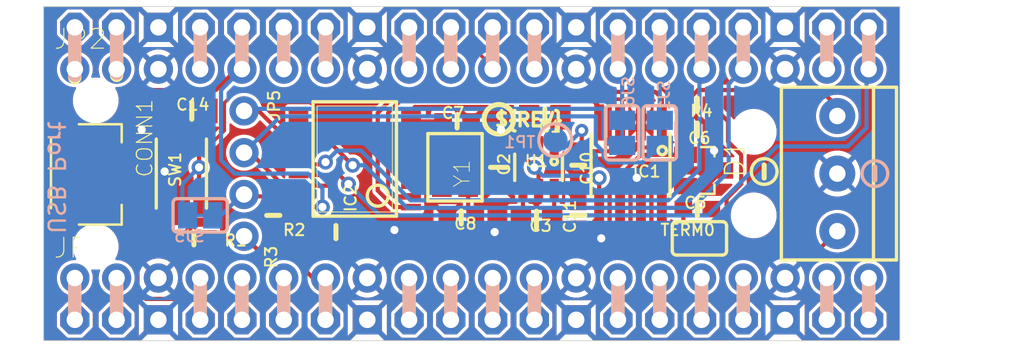
<source format=kicad_pcb>
(kicad_pcb (version 20221018) (generator pcbnew)
  (layers (0 "F.Cu" signal) (31 "B.Cu" signal) (34 "B.Paste" user) (35 "F.Paste" user) (36 "B.SilkS" user "B.Silkscreen") (37 "F.SilkS" user "F.Silkscreen") (38 "B.Mask" user) (39 "F.Mask" user) (44 "Edge.Cuts" user))
  (net 0 "")
  (net 1 "IO0")
  (net 2 "IO1")
  (net 3 "IO2")
  (net 4 "IO3")
  (net 5 "IO4")
  (net 6 "IO5")
  (net 7 "IO6")
  (net 8 "IO7")
  (net 9 "IO8")
  (net 10 "IO9")
  (net 11 "IO10")
  (net 12 "IO11")
  (net 13 "IO12")
  (net 14 "IO13")
  (net 15 "IO14")
  (net 16 "IO15")
  (net 17 "VBUS")
  (net 18 "VSYS")
  (net 19 "GND")
  (net 20 "~{EN}")
  (net 21 "3.3V")
  (net 22 "VREF")
  (net 23 "AD2")
  (net 24 "AD1")
  (net 25 "AD0")
  (net 26 "~{RESET}")
  (net 27 "IO22")
  (net 28 "IO17")
  (net 29 "CAN_CS")
  (net 30 "MISO")
  (net 31 "MOSI")
  (net 32 "SCK")
  (net 33 "N$2")
  (net 34 "CAN_RX")
  (net 35 "CAN_TX")
  (net 36 "OSC2")
  (net 37 "OSC1")
  (net 38 "CAN_L")
  (net 39 "CAN_H")
  (net 40 "CAN_CS_DEFAULT")
  (net 41 "5.0V")
  (net 42 "~{CAN_INT}")
  (net 43 "CAN_INT_DEFAULT")
  (net 44 "N$1")
  (net 45 "N$3")
  (net 46 "CAN_RESET")
  (net 47 "SILENT")
  (footprint "working:PLABEL70" (layer "F.Cu") (at 158.9151 108.9406)
    (fp_text reference "PLABEL70" hide)
    (fp_text value "" hide)
  )
  (footprint "working:0603-NO" (layer "F.Cu") (at 162.2171 107.1626 180)
    (fp_text reference "C5")
    (fp_text value "47pF")
  )
  (footprint "working:SOT23" (layer "F.Cu") (at 162.5981 104.8131 -90)
    (fp_text reference "D1")
    (fp_text value "PESD1CAN")
  )
  (footprint "working:0603-NO" (layer "F.Cu") (at 147.8661 107.6706)
    (fp_text reference "C8")
    (fp_text value "15pF")
  )
  (footprint "working:1X20_ROUND_70MIL" (layer "F.Cu") (at 148.5011 98.6536)
    (fp_text reference "JP2")
    (fp_text value "")
  )
  (footprint "working:SSOP20" (layer "F.Cu") (at 141.3891 104.1146 90)
    (fp_text reference "IC2")
    (fp_text value "MCP2515/ST")
  )
  (footprint "working:FIDUCIAL_1MM" (layer "F.Cu") (at 168.4401 101.1936)
    (fp_text reference "FID2" hide)
    (fp_text value "FIDUCIAL_1MM" hide)
  )
  (footprint "working:PLABEL69" (layer "F.Cu") (at 166.1541 100.5586 90)
    (fp_text reference "PLABEL69" hide)
    (fp_text value "" hide)
  )
  (footprint "working:PLABEL67" (layer "F.Cu") (at 137.3251 109.7026)
    (fp_text reference "PLABEL67" hide)
    (fp_text value "" hide)
  )
  (footprint "working:PLABEL68" (layer "F.Cu") (at 166.1541 109.5756 90)
    (fp_text reference "PLABEL68" hide)
    (fp_text value "" hide)
  )
  (footprint "working:0805-NO" (layer "F.Cu") (at 131.4831 101.1936 180)
    (fp_text reference "C14")
    (fp_text value "10uF")
  )
  (footprint "working:PLABEL72" (layer "F.Cu") (at 128.5621 108.9406)
    (fp_text reference "PLABEL72" hide)
    (fp_text value "" hide)
  )
  (footprint "working:SYMBOL_MINUS" (layer "F.Cu") (at 166.2811 104.8766 90)
    (fp_text reference "U$34" hide)
    (fp_text value "" hide)
  )
  (footprint "working:SOLDERJUMPER_CLOSEDWIRE" (layer "F.Cu") (at 162.3441 108.9406 180)
    (fp_text reference "TERM0")
    (fp_text value "")
  )
  (footprint "working:0603-NO" (layer "F.Cu") (at 131.6101 108.9406)
    (fp_text reference "R1")
    (fp_text value "10K")
  )
  (footprint "working:1X04_ROUND" (layer "F.Cu") (at 134.6581 105.0036 -90)
    (fp_text reference "JP5")
    (fp_text value "")
  )
  (footprint "" (layer "F.Cu") (at 165.6461 107.5436)
    (fp_text reference "@HOLE3" hide)
    (fp_text value "")
  )
  (footprint "working:SOT23-6" (layer "F.Cu") (at 152.5651 104.6226 180)
    (fp_text reference "U1")
    (fp_text value "AP3602")
  )
  (footprint "working:1X20_ROUND_70MIL" (layer "F.Cu") (at 148.5011 111.3536)
    (fp_text reference "JP1")
    (fp_text value "")
  )
  (footprint "working:PLABEL65" (layer "F.Cu") (at 136.3091 103.8606 90)
    (fp_text reference "PLABEL65" hide)
    (fp_text value "" hide)
  )
  (footprint "working:FIDUCIAL_1MM" (layer "F.Cu") (at 123.3551 109.5756)
    (fp_text reference "FID1" hide)
    (fp_text value "FIDUCIAL_1MM" hide)
  )
  (footprint "working:PLABEL71" (layer "F.Cu") (at 128.4351 101.0666)
    (fp_text reference "PLABEL71" hide)
    (fp_text value "" hide)
  )
  (footprint "working:0805-NO" (layer "F.Cu") (at 152.4381 107.7976)
    (fp_text reference "C3")
    (fp_text value "1uF")
  )
  (footprint "working:0805-NO" (layer "F.Cu") (at 150.1521 104.6226 -90)
    (fp_text reference "C2")
    (fp_text value "10uF")
  )
  (footprint "working:TERMBLOCK_1X3-3.5MM" (layer "F.Cu") (at 170.7261 105.0036 90)
    (fp_text reference "CAN0" hide)
    (fp_text value "3.5mm")
  )
  (footprint "working:0603-NO" (layer "F.Cu") (at 154.9781 107.5436 -90)
    (fp_text reference "C11")
    (fp_text value "0.1uF")
  )
  (footprint "working:PCBFEAT-REV-040" (layer "F.Cu") (at 150.1521 101.7016)
    (fp_text reference "U$11" hide)
    (fp_text value "" hide)
  )
  (footprint "" (layer "F.Cu") (at 125.6411 109.4486)
    (fp_text reference "@HOLE1" hide)
    (fp_text value "")
  )
  (footprint "working:0603-NO" (layer "F.Cu") (at 140.2461 108.5596 180)
    (fp_text reference "R2")
    (fp_text value "10K")
  )
  (footprint "working:0603-NO" (layer "F.Cu") (at 154.9781 104.4956 90)
    (fp_text reference "C10")
    (fp_text value "0.1uF")
  )
  (footprint "working:0603-NO" (layer "F.Cu") (at 162.2171 102.3366)
    (fp_text reference "C6")
    (fp_text value "47pF")
  )
  (footprint "working:SOIC8_150MIL" (layer "F.Cu") (at 158.1531 104.4956 180)
    (fp_text reference "IC1")
    (fp_text value "TJA1051T/3")
  )
  (footprint "working:PLABEL66" (layer "F.Cu") (at 133.1341 106.4006 90)
    (fp_text reference "PLABEL66" hide)
    (fp_text value "" hide)
  )
  (footprint "working:PLABEL64" (layer "F.Cu") (at 136.4361 101.1936 90)
    (fp_text reference "PLABEL64" hide)
    (fp_text value "" hide)
  )
  (footprint "working:CRYSTAL_3.2X2.5" (layer "F.Cu") (at 147.4851 104.6226 90)
    (fp_text reference "Y1")
    (fp_text value "16MHz 9pF")
  )
  (footprint "" (layer "F.Cu") (at 165.6461 102.4636)
    (fp_text reference "@HOLE2" hide)
    (fp_text value "")
  )
  (footprint "working:PLABEL73" (layer "F.Cu") (at 146.2151 109.0676)
    (fp_text reference "PLABEL73" hide)
    (fp_text value "" hide)
  )
  (footprint "" (layer "F.Cu") (at 125.6411 100.5586)
    (fp_text reference "@HOLE0" hide)
    (fp_text value "")
  )
  (footprint "working:0603-NO" (layer "F.Cu") (at 147.6121 101.8286 180)
    (fp_text reference "C7")
    (fp_text value "15pF")
  )
  (footprint "working:0603-NO" (layer "F.Cu") (at 162.2171 100.8126)
    (fp_text reference "R4")
    (fp_text value "120")
  )
  (footprint "working:0805-NO" (layer "F.Cu") (at 152.9461 101.5746 180)
    (fp_text reference "C1")
    (fp_text value "10uF")
  )
  (footprint "working:BTN_RKB2_4.6X2.8" (layer "F.Cu") (at 130.8481 105.0036 90)
    (fp_text reference "SW1")
    (fp_text value "RKB2")
  )
  (footprint "working:0603-NO" (layer "F.Cu") (at 136.4361 107.5436 -90)
    (fp_text reference "R3")
    (fp_text value "10K")
  )
  (footprint "working:PICOWBELL_THM" (layer "F.Cu") (at 123.1011 113.8936)
    (fp_text reference "CB1" hide)
    (fp_text value "PICOWBELL_THM" hide)
  )
  (footprint "working:JST_SH4" (layer "F.Cu") (at 125.5141 105.0036 -90)
    (fp_text reference "CONN1")
    (fp_text value "STEMMA_I2C_QT" hide)
  )
  (footprint "working:PLABEL83" (layer "B.Cu") (at 168.1861 105.1306 90)
    (fp_text reference "PLABEL83" hide)
    (fp_text value "" hide)
  )
  (footprint "working:PLABEL78" (layer "B.Cu") (at 161.8361 102.4636 90)
    (fp_text reference "PLABEL78" hide)
    (fp_text value "" hide)
  )
  (footprint "working:SOLDERJUMPER_CLOSEDWIRE" (layer "B.Cu") (at 159.9311 102.5271 -90)
    (fp_text reference "SJ1")
    (fp_text value "")
  )
  (footprint "working:PLABEL38" (layer "B.Cu") (at 131.9911 109.7661 180)
    (fp_text reference "PLABEL38" hide)
    (fp_text value "" hide)
  )
  (footprint "working:PLABEL60" (layer "B.Cu") (at 162.4711 109.8296 180)
    (fp_text reference "PLABEL60" hide)
    (fp_text value "" hide)
  )
  (footprint "working:PLABEL63" (layer "B.Cu") (at 137.0711 100.3046 180)
    (fp_text reference "PLABEL63" hide)
    (fp_text value "" hide)
  )
  (footprint "working:PLABEL59" (layer "B.Cu") (at 162.3441 100.1776 180)
    (fp_text reference "PLABEL59" hide)
    (fp_text value "" hide)
  )
  (footprint "working:PLABEL79" (layer "B.Cu") (at 155.6131 102.8446 90)
    (fp_text reference "PLABEL79" hide)
    (fp_text value "" hide)
  )
  (footprint "working:PLABEL37" (layer "B.Cu") (at 123.6091 109.8296 180)
    (fp_text reference "PLABEL37" hide)
    (fp_text value "" hide)
  )
  (footprint "working:PLABEL53" (layer "B.Cu") (at 169.8371 100.1141 180)
    (fp_text reference "PLABEL53" hide)
    (fp_text value "" hide)
  )
  (footprint "working:PLABEL57" (layer "B.Cu") (at 159.9311 109.8296 180)
    (fp_text reference "PLABEL57" hide)
    (fp_text value "" hide)
  )
  (footprint "working:SOLDERJUMPER_CLOSEDWIRE" (layer "B.Cu") (at 131.9911 107.5436)
    (fp_text reference "SJ5")
    (fp_text value "")
  )
  (footprint "working:PLABEL75" (layer "B.Cu") (at 157.3911 109.7026 180)
    (fp_text reference "PLABEL75" hide)
    (fp_text value "" hide)
  )
  (footprint "working:PLABEL74" (layer "B.Cu") (at 157.3911 100.1776 180)
    (fp_text reference "PLABEL74" hide)
    (fp_text value "" hide)
  )
  (footprint "working:PLABEL46" (layer "B.Cu") (at 123.6091 100.5586 90)
    (fp_text reference "PLABEL46" hide)
    (fp_text value "" hide)
  )
  (footprint "working:PLABEL85" (layer "B.Cu") (at 127.9271 104.9401 90)
    (fp_text reference "PLABEL85" hide)
    (fp_text value "" hide)
  )
  (footprint "working:PLABEL49" (layer "B.Cu") (at 149.7711 100.1776 180)
    (fp_text reference "PLABEL49" hide)
    (fp_text value "" hide)
  )
  (footprint "working:PLABEL52" (layer "B.Cu") (at 172.6311 100.1776 180)
    (fp_text reference "PLABEL52" hide)
    (fp_text value "" hide)
  )
  (footprint "working:PLABEL50" (layer "B.Cu") (at 172.6311 109.8931 180)
    (fp_text reference "PLABEL50" hide)
    (fp_text value "" hide)
  )
  (footprint "working:PLABEL43" (layer "B.Cu") (at 147.1041 109.7026 180)
    (fp_text reference "PLABEL43" hide)
    (fp_text value "" hide)
  )
  (footprint "working:PLABEL61" (layer "B.Cu") (at 147.2311 100.1776 180)
    (fp_text reference "PLABEL61" hide)
    (fp_text value "" hide)
  )
  (footprint "working:PLABEL82" (layer "B.Cu") (at 172.8851 108.3056 90)
    (fp_text reference "PLABEL82" hide)
    (fp_text value "" hide)
  )
  (footprint "working:PLABEL47" (layer "B.Cu") (at 127.5461 100.5586 90)
    (fp_text reference "PLABEL47" hide)
    (fp_text value "" hide)
  )
  (footprint "working:PLABEL56" (layer "B.Cu") (at 164.8841 100.1776 180)
    (fp_text reference "PLABEL56" hide)
    (fp_text value "" hide)
  )
  (footprint "working:PLABEL54" (layer "B.Cu") (at 152.3111 100.1776 180)
    (fp_text reference "PLABEL54" hide)
    (fp_text value "" hide)
  )
  (footprint "working:PLABEL80" (layer "B.Cu") (at 152.3111 102.7176 180)
    (fp_text reference "PLABEL80" hide)
    (fp_text value "" hide)
  )
  (footprint "working:TESTPOINT_ROUND_1.5MM" (layer "B.Cu") (at 153.5811 102.9716 180)
    (fp_text reference "TP1")
    (fp_text value "")
  )
  (footprint "working:PLABEL81" (layer "B.Cu") (at 173.0121 101.7016 90)
    (fp_text reference "PLABEL81" hide)
    (fp_text value "" hide)
  )
  (footprint "working:PLABEL42" (layer "B.Cu") (at 144.6911 109.7026 180)
    (fp_text reference "PLABEL42" hide)
    (fp_text value "" hide)
  )
  (footprint "working:PLABEL84" (layer "B.Cu") (at 150.0251 106.6546 180)
    (fp_text reference "PLABEL84" hide)
    (fp_text value "" hide)
  )
  (footprint "working:PLABEL55" (layer "B.Cu") (at 159.9311 100.1776 180)
    (fp_text reference "PLABEL55" hide)
    (fp_text value "" hide)
  )
  (footprint "working:PLABEL41" (layer "B.Cu") (at 139.6111 109.7026 180)
    (fp_text reference "PLABEL41" hide)
    (fp_text value "" hide)
  )
  (footprint "working:PLABEL76" (layer "B.Cu") (at 144.6911 100.1776 180)
    (fp_text reference "PLABEL76" hide)
    (fp_text value "" hide)
  )
  (footprint "working:PLABEL62" (layer "B.Cu") (at 139.6111 100.3046 180)
    (fp_text reference "PLABEL62" hide)
    (fp_text value "" hide)
  )
  (footprint "working:PLABEL77" (layer "B.Cu") (at 131.8641 100.3046 180)
    (fp_text reference "PLABEL77" hide)
    (fp_text value "" hide)
  )
  (footprint "working:PLABEL45" (layer "B.Cu") (at 152.1841 109.7026 180)
    (fp_text reference "PLABEL45" hide)
    (fp_text value "" hide)
  )
  (footprint "working:PLABEL36" (layer "B.Cu") (at 127.2921 109.7026 180)
    (fp_text reference "PLABEL36" hide)
    (fp_text value "" hide)
  )
  (footprint "working:PLABEL44" (layer "B.Cu") (at 149.7711 109.7026 180)
    (fp_text reference "PLABEL44" hide)
    (fp_text value "" hide)
  )
  (footprint "working:PLABEL51" (layer "B.Cu") (at 169.9006 109.9566 180)
    (fp_text reference "PLABEL51" hide)
    (fp_text value "" hide)
  )
  (footprint "working:SYMBOL_MINUS" (layer "B.Cu") (at 173.0121 105.0036 -90)
    (fp_text reference "U$2" hide)
    (fp_text value "" hide)
  )
  (footprint "working:PLABEL40" (layer "B.Cu") (at 137.1981 109.7026 180)
    (fp_text reference "PLABEL40" hide)
    (fp_text value "" hide)
  )
  (footprint "working:SOLDERJUMPER_CLOSEDWIRE" (layer "B.Cu") (at 157.6451 102.5271 -90)
    (fp_text reference "SJ6")
    (fp_text value "")
  )
  (footprint "working:PLABEL58" (layer "B.Cu") (at 165.0111 109.8296 180)
    (fp_text reference "PLABEL58" hide)
    (fp_text value "" hide)
  )
  (gr_line (start 144.6911 96.1136) (end 144.6911 98.6536) (stroke (width 0.8128)) (layer "B.SilkS"))
  (gr_line (start 172.6311 111.3536) (end 172.6311 113.8936) (stroke (width 0.8128)) (layer "B.SilkS"))
  (gr_line (start 165.0111 96.1136) (end 165.0111 98.6536) (stroke (width 0.8128)) (layer "B.SilkS"))
  (gr_line (start 137.0711 96.1136) (end 137.0711 98.6536) (stroke (width 0.8128)) (layer "B.SilkS"))
  (gr_line (start 126.9111 111.3536) (end 126.9111 113.8936) (stroke (width 0.8128)) (layer "B.SilkS"))
  (gr_line (start 149.7711 113.8936) (end 149.7711 111.3536) (stroke (width 0.8128)) (layer "B.SilkS"))
  (gr_line (start 131.9911 113.8936) (end 131.9911 111.3536) (stroke (width 0.8128)) (layer "B.SilkS"))
  (gr_line (start 139.6111 96.1136) (end 139.6111 98.6536) (stroke (width 0.8128)) (layer "B.SilkS"))
  (gr_line (start 149.7711 96.1136) (end 149.7711 98.6536) (stroke (width 0.8128)) (layer "B.SilkS"))
  (gr_line (start 172.6311 96.1136) (end 172.6311 98.6536) (stroke (width 0.8128)) (layer "B.SilkS"))
  (gr_line (start 157.3911 96.1136) (end 157.3911 98.6536) (stroke (width 0.8128)) (layer "B.SilkS"))
  (gr_line (start 152.3111 111.3536) (end 152.3111 113.8936) (stroke (width 0.8128)) (layer "B.SilkS"))
  (gr_line (start 159.9311 111.3536) (end 159.9311 113.8936) (stroke (width 0.8128)) (layer "B.SilkS"))
  (gr_line (start 162.4711 113.8936) (end 162.4711 111.3536) (stroke (width 0.8128)) (layer "B.SilkS"))
  (gr_line (start 147.2311 96.1136) (end 147.2311 98.6536) (stroke (width 0.8128)) (layer "B.SilkS"))
  (gr_line (start 162.4711 96.1136) (end 162.4711 98.6536) (stroke (width 0.8128)) (layer "B.SilkS"))
  (gr_line (start 157.3911 113.8936) (end 157.3911 111.3536) (stroke (width 0.8128)) (layer "B.SilkS"))
  (gr_line (start 137.0711 113.8936) (end 137.0711 111.3536) (stroke (width 0.8128)) (layer "B.SilkS"))
  (gr_line (start 170.0911 111.3536) (end 170.0911 113.8936) (stroke (width 0.8128)) (layer "B.SilkS"))
  (gr_line (start 152.3111 98.6536) (end 152.3111 96.1136) (stroke (width 0.8128)) (layer "B.SilkS"))
  (gr_line (start 170.0911 96.1136) (end 170.0911 98.6536) (stroke (width 0.8128)) (layer "B.SilkS"))
  (gr_line (start 124.3711 96.1136) (end 124.3711 99.0346) (stroke (width 0.8128)) (layer "B.SilkS"))
  (gr_line (start 126.9111 98.9076) (end 126.9111 96.1136) (stroke (width 0.8128)) (layer "B.SilkS"))
  (gr_line (start 124.3711 113.8936) (end 124.3711 111.3536) (stroke (width 0.8128)) (layer "B.SilkS"))
  (gr_line (start 159.9311 98.6536) (end 159.9311 96.1136) (stroke (width 0.8128)) (layer "B.SilkS"))
  (gr_line (start 147.2311 111.3536) (end 147.2311 113.8936) (stroke (width 0.8128)) (layer "B.SilkS"))
  (gr_line (start 139.6111 111.3536) (end 139.6111 113.8936) (stroke (width 0.8128)) (layer "B.SilkS"))
  (gr_line (start 144.6911 113.8936) (end 144.6911 111.3536) (stroke (width 0.8128)) (layer "B.SilkS"))
  (gr_line (start 134.5311 96.1136) (end 134.5311 98.6536) (stroke (width 0.8128)) (layer "B.SilkS"))
  (gr_line (start 165.0111 111.3536) (end 165.0111 113.8936) (stroke (width 0.8128)) (layer "B.SilkS"))
  (gr_line (start 131.9911 96.1136) (end 131.9911 98.6536) (stroke (width 0.8128)) (layer "B.SilkS"))
  (gr_line (start 134.5311 111.3536) (end 134.5311 113.8936) (stroke (width 0.8128)) (layer "B.SilkS"))
  (gr_line (start 131.9911 113.8936) (end 131.9911 111.3536) (stroke (width 0.8128)) (layer "F.SilkS"))
  (gr_line (start 157.3911 96.1136) (end 157.3911 98.6536) (stroke (width 0.8128)) (layer "F.SilkS"))
  (gr_line (start 172.6311 96.1136) (end 172.6311 98.6536) (stroke (width 0.8128)) (layer "F.SilkS"))
  (gr_line (start 126.9111 111.3536) (end 126.9111 113.8936) (stroke (width 0.8128)) (layer "F.SilkS"))
  (gr_line (start 162.4711 113.8936) (end 162.4711 111.3536) (stroke (width 0.8128)) (layer "F.SilkS"))
  (gr_line (start 152.3111 98.6536) (end 152.3111 96.1136) (stroke (width 0.8128)) (layer "F.SilkS"))
  (gr_line (start 144.6911 96.1136) (end 144.6911 98.6536) (stroke (width 0.8128)) (layer "F.SilkS"))
  (gr_line (start 162.4711 96.1136) (end 162.4711 98.6536) (stroke (width 0.8128)) (layer "F.SilkS"))
  (gr_line (start 131.9911 96.1136) (end 131.9911 98.6536) (stroke (width 0.8128)) (layer "F.SilkS"))
  (gr_line (start 137.0711 113.8936) (end 137.0711 111.3536) (stroke (width 0.8128)) (layer "F.SilkS"))
  (gr_line (start 137.0711 96.1136) (end 137.0711 98.6536) (stroke (width 0.8128)) (layer "F.SilkS"))
  (gr_line (start 165.0111 96.1136) (end 165.0111 98.6536) (stroke (width 0.8128)) (layer "F.SilkS"))
  (gr_line (start 172.6311 111.3536) (end 172.6311 113.8936) (stroke (width 0.8128)) (layer "F.SilkS"))
  (gr_line (start 159.9311 98.6536) (end 159.9311 96.1136) (stroke (width 0.8128)) (layer "F.SilkS"))
  (gr_line (start 147.2311 111.3536) (end 147.2311 113.8936) (stroke (width 0.8128)) (layer "F.SilkS"))
  (gr_line (start 134.5311 111.3536) (end 134.5311 113.8936) (stroke (width 0.8128)) (layer "F.SilkS"))
  (gr_line (start 124.3711 96.1136) (end 124.3711 99.1616) (stroke (width 0.8128)) (layer "F.SilkS"))
  (gr_line (start 134.5311 96.1136) (end 134.5311 98.6536) (stroke (width 0.8128)) (layer "F.SilkS"))
  (gr_line (start 149.7711 96.1136) (end 149.7711 98.6536) (stroke (width 0.8128)) (layer "F.SilkS"))
  (gr_line (start 165.0111 111.3536) (end 165.0111 113.8936) (stroke (width 0.8128)) (layer "F.SilkS"))
  (gr_line (start 170.0911 96.1136) (end 170.0911 98.6536) (stroke (width 0.8128)) (layer "F.SilkS"))
  (gr_line (start 170.0911 111.3536) (end 170.0911 113.8936) (stroke (width 0.8128)) (layer "F.SilkS"))
  (gr_line (start 124.3711 113.8936) (end 124.3711 111.3536) (stroke (width 0.8128)) (layer "F.SilkS"))
  (gr_line (start 139.6111 111.3536) (end 139.6111 113.8936) (stroke (width 0.8128)) (layer "F.SilkS"))
  (gr_line (start 149.7711 113.8936) (end 149.7711 111.3536) (stroke (width 0.8128)) (layer "F.SilkS"))
  (gr_line (start 159.9311 111.3536) (end 159.9311 113.8936) (stroke (width 0.8128)) (layer "F.SilkS"))
  (gr_line (start 144.6911 113.8936) (end 144.6911 111.3536) (stroke (width 0.8128)) (layer "F.SilkS"))
  (gr_line (start 157.3911 113.8936) (end 157.3911 111.3536) (stroke (width 0.8128)) (layer "F.SilkS"))
  (gr_line (start 126.9111 99.0346) (end 126.9111 96.1136) (stroke (width 0.8128)) (layer "F.SilkS"))
  (gr_line (start 139.6111 96.1136) (end 139.6111 98.6536) (stroke (width 0.8128)) (layer "F.SilkS"))
  (gr_line (start 152.3111 111.3536) (end 152.3111 113.8936) (stroke (width 0.8128)) (layer "F.SilkS"))
  (gr_line (start 147.2311 96.1136) (end 147.2311 98.6536) (stroke (width 0.8128)) (layer "F.SilkS"))
  (gr_line (start 122.4661 94.8436) (end 174.5361 94.8436) (stroke (width 0.05)) (layer "Edge.Cuts"))
  (gr_line (start 174.5361 94.8436) (end 174.5361 115.1636) (stroke (width 0.05)) (layer "Edge.Cuts"))
  (gr_line (start 122.4661 115.1636) (end 122.4661 94.8436) (stroke (width 0.05)) (layer "Edge.Cuts"))
  (gr_line (start 174.5361 115.1636) (end 122.4661 115.1636) (stroke (width 0.05)) (layer "Edge.Cuts"))
  (gr_text "USB Port" (at 123.2281 105.2576 -90) (layer "B.SilkS") (effects (font (size 0.99441 0.99441) (thickness 0.14859)) (justify mirror)))
  (segment (start 124.3711 111.3536) (end 124.3711 113.8936) (width 0.254) (layer "B.Cu") (net 1))
  (segment (start 126.9111 111.3536) (end 126.9111 113.8936) (width 0.254) (layer "B.Cu") (net 2))
  (segment (start 131.9911 113.8936) (end 131.9911 111.3536) (width 0.254) (layer "B.Cu") (net 3))
  (segment (start 134.5311 111.3536) (end 134.5311 113.8936) (width 0.254) (layer "B.Cu") (net 4))
  (segment (start 128.1811 112.1156) (end 128.6891 112.6236) (width 0.254) (layer "F.Cu") (net 5))
  (segment (start 137.0711 113.1316) (end 137.0711 113.8936) (width 0.254) (layer "F.Cu") (net 5))
  (segment (start 128.1811 109.0676) (end 128.1811 112.1156) (width 0.254) (layer "F.Cu") (net 5))
  (segment (start 126.0221 106.9086) (end 128.1811 109.0676) (width 0.254) (layer "F.Cu") (net 5))
  (segment (start 126.5381 105.5036) (end 126.0221 106.0196) (width 0.254) (layer "F.Cu") (net 5))
  (segment (start 127.5201 105.5036) (end 126.5381 105.5036) (width 0.254) (layer "F.Cu") (net 5))
  (segment (start 136.5631 112.6236) (end 137.0711 113.1316) (width 0.254) (layer "F.Cu") (net 5))
  (segment (start 126.0221 106.0196) (end 126.0221 106.9086) (width 0.254) (layer "F.Cu") (net 5))
  (segment (start 128.6891 112.6236) (end 136.5631 112.6236) (width 0.254) (layer "F.Cu") (net 5))
  (segment (start 137.0711 113.8936) (end 137.0711 111.3536) (width 0.254) (layer "B.Cu") (net 5))
  (segment (start 127.5201 106.5036) (end 127.5201 107.2636) (width 0.254) (layer "F.Cu") (net 6))
  (segment (start 130.3401 110.0836) (end 137.5791 110.0836) (width 0.254) (layer "F.Cu") (net 6))
  (segment (start 138.8491 111.3536) (end 137.5791 110.0836) (width 0.254) (layer "F.Cu") (net 6))
  (segment (start 139.6111 111.3536) (end 138.8491 111.3536) (width 0.254) (layer "F.Cu") (net 6))
  (segment (start 127.5201 107.2636) (end 130.3401 110.0836) (width 0.254) (layer "F.Cu") (net 6))
  (segment (start 139.6111 111.3536) (end 139.6111 113.8936) (width 0.254) (layer "B.Cu") (net 6))
  (segment (start 144.6911 113.8936) (end 144.6911 111.3536) (width 0.254) (layer "B.Cu") (net 7))
  (segment (start 147.2311 111.3536) (end 147.2311 113.8936) (width 0.254) (layer "B.Cu") (net 8))
  (segment (start 149.7711 113.8936) (end 149.7711 111.3536) (width 0.254) (layer "B.Cu") (net 9))
  (segment (start 152.3111 111.3536) (end 152.3111 113.8936) (width 0.254) (layer "B.Cu") (net 10))
  (segment (start 157.3911 113.8936) (end 157.3911 111.3536) (width 0.254) (layer "B.Cu") (net 11))
  (segment (start 159.9311 111.3536) (end 159.9311 113.8936) (width 0.254) (layer "B.Cu") (net 12))
  (segment (start 162.4711 113.8936) (end 162.4711 111.3536) (width 0.254) (layer "B.Cu") (net 13))
  (segment (start 165.0111 111.3536) (end 165.0111 113.8936) (width 0.254) (layer "B.Cu") (net 14))
  (segment (start 170.0911 113.8936) (end 170.0911 111.3536) (width 0.254) (layer "B.Cu") (net 15))
  (segment (start 172.6311 113.8936) (end 172.6311 111.3536) (width 0.254) (layer "B.Cu") (net 16))
  (segment (start 124.3711 96.1136) (end 124.3711 98.6536) (width 0.254) (layer "B.Cu") (net 17))
  (segment (start 126.9111 98.6536) (end 126.9111 96.1136) (width 0.254) (layer "B.Cu") (net 18))
  (segment (start 152.5651 102.1436) (end 152.5651 103.3226) (width 0.254) (layer "F.Cu") (net 19))
  (segment (start 156.594 104.4956) (end 157.2641 104.4956) (width 0.254) (layer "F.Cu") (net 19))
  (segment (start 151.9961 101.5746) (end 152.5651 102.1436) (width 0.254) (layer "F.Cu") (net 19))
  (segment (start 157.2641 104.4956) (end 158.7881 102.9716) (width 0.254) (layer "F.Cu") (net 19))
  (segment (start 152.5651 103.3226) (end 152.5651 103.7336) (width 0.254) (layer "F.Cu") (net 19))
  (segment (start 154.077087 105.142613) (end 154.966087 105.142613) (width 0.254) (layer "F.Cu") (net 19))
  (segment (start 152.5651 103.7336) (end 153.8239 104.9924) (width 0.254) (layer "F.Cu") (net 19))
  (segment (start 155.6345 104.4742) (end 156.5726 104.4742) (width 0.254) (layer "F.Cu") (net 19))
  (segment (start 145.0471 100.9516) (end 144.8091 101.1896) (width 0.254) (layer "F.Cu") (net 19))
  (segment (start 147.5851 100.9516) (end 145.0471 100.9516) (width 0.254) (layer "F.Cu") (net 19))
  (segment (start 154.966087 105.142613) (end 155.6345 104.4742) (width 0.254) (layer "F.Cu") (net 19))
  (segment (start 153.926875 104.9924) (end 154.077087 105.142613) (width 0.254) (layer "F.Cu") (net 19))
  (segment (start 158.7881 102.9716) (end 158.7881 101.8956) (width 0.254) (layer "F.Cu") (net 19))
  (segment (start 153.8239 104.9924) (end 153.926875 104.9924) (width 0.254) (layer "F.Cu") (net 19))
  (segment (start 148.4621 101.8286) (end 147.5851 100.9516) (width 0.254) (layer "F.Cu") (net 19))
  (segment (start 156.5726 104.4742) (end 156.594 104.4956) (width 0.254) (layer "F.Cu") (net 19))
  (via (at 163.2331 103.6066) (size 0.9064) (drill 0.5) (layers "F.Cu" "B.Cu") (net 19))
  (via (at 156.3751 108.9406) (size 0.9064) (drill 0.5) (layers "F.Cu" "B.Cu") (net 19))
  (via (at 150.2791 102.3366) (size 0.9064) (drill 0.5) (layers "F.Cu" "B.Cu") (net 19))
  (via (at 128.4351 102.3366) (size 0.9064) (drill 0.5) (layers "F.Cu" "B.Cu") (net 19))
  (via (at 149.8981 108.5596) (size 0.9064) (drill 0.5) (layers "F.Cu" "B.Cu") (net 19))
  (via (at 158.5341 105.2576) (size 0.9064) (drill 0.5) (layers "F.Cu" "B.Cu") (net 19))
  (via (at 129.8321 104.8766) (size 0.9064) (drill 0.5) (layers "F.Cu" "B.Cu") (net 19))
  (via (at 143.8021 108.4326) (size 0.9064) (drill 0.5) (layers "F.Cu" "B.Cu") (net 19))
  (segment (start 131.9911 96.1136) (end 131.9911 98.6536) (width 0.254) (layer "B.Cu") (net 20))
  (segment (start 132.4331 100.1166) (end 132.6261 99.9236) (width 0.254) (layer "F.Cu") (net 21))
  (segment (start 132.4331 101.1936) (end 132.4331 100.1166) (width 0.254) (layer "F.Cu") (net 21))
  (segment (start 151.6151 103.926604) (end 152.1841 104.4956) (width 0.254) (layer "F.Cu") (net 21))
  (segment (start 151.6151 103.3226) (end 151.6151 103.926604) (width 0.254) (layer "F.Cu") (net 21))
  (segment (start 127.5201 104.5036) (end 126.5381 104.5036) (width 0.254) (layer "F.Cu") (net 21))
  (segment (start 137.9691 107.0396) (end 136.6151 108.3936) (width 0.2032) (layer "F.Cu") (net 21))
  (segment (start 152.1841 104.4956) (end 152.3111 104.6226) (width 0.254) (layer "F.Cu") (net 21))
  (segment (start 151.6151 103.3226) (end 150.5021 103.3226) (width 0.254) (layer "F.Cu") (net 21))
  (segment (start 132.9411 99.9236) (end 134.2111 98.6536) (width 0.254) (layer "F.Cu") (net 21))
  (segment (start 139.4237 107.0356) (end 137.9651 107.0356) (width 0.254) (layer "F.Cu") (net 21))
  (segment (start 154.9781 108.3936) (end 155.4581 108.3936) (width 0.254) (layer "F.Cu") (net 21))
  (segment (start 156.2481 107.0956) (end 156.2481 107.6036) (width 0.254) (layer "F.Cu") (net 21))
  (segment (start 156.2481 107.0956) (end 156.2481 105.2576) (width 0.254) (layer "F.Cu") (net 21))
  (segment (start 134.2111 98.6536) (end 134.5311 98.6536) (width 0.254) (layer "F.Cu") (net 21))
  (segment (start 136.6151 108.3936) (end 136.4361 108.3936) (width 0.2032) (layer "F.Cu") (net 21))
  (segment (start 126.1491 102.7176) (end 128.9431 99.9236) (width 0.254) (layer "F.Cu") (net 21))
  (segment (start 139.3961 108.5596) (end 139.3961 109.4486) (width 0.254) (layer "F.Cu") (net 21))
  (segment (start 156.2481 107.6036) (end 155.4581 108.3936) (width 0.254) (layer "F.Cu") (net 21))
  (segment (start 139.3961 109.4486) (end 153.9231 109.4486) (width 0.254) (layer "F.Cu") (net 21))
  (segment (start 128.9431 99.9236) (end 132.6261 99.9236) (width 0.254) (layer "F.Cu") (net 21))
  (segment (start 126.1491 104.1146) (end 126.1491 102.7176) (width 0.254) (layer "F.Cu") (net 21))
  (segment (start 126.5381 104.5036) (end 126.1491 104.1146) (width 0.254) (layer "F.Cu") (net 21))
  (segment (start 150.5021 103.3226) (end 150.1521 103.6726) (width 0.254) (layer "F.Cu") (net 21))
  (segment (start 139.3961 108.4666) (end 139.3961 108.5596) (width 0.254) (layer "F.Cu") (net 21))
  (segment (start 153.9231 109.4486) (end 154.9781 108.3936) (width 0.254) (layer "F.Cu") (net 21))
  (segment (start 152.5651 104.8766) (end 152.5651 105.9226) (width 0.254) (layer "F.Cu") (net 21))
  (segment (start 132.6261 99.9236) (end 132.9411 99.9236) (width 0.254) (layer "F.Cu") (net 21))
  (segment (start 152.3111 104.6226) (end 152.5651 104.8766) (width 0.254) (layer "F.Cu") (net 21))
  (segment (start 137.9651 107.0356) (end 137.9691 107.0396) (width 0.254) (layer "F.Cu") (net 21))
  (segment (start 137.9691 107.0396) (end 139.3961 108.4666) (width 0.254) (layer "F.Cu") (net 21))
  (via (at 152.3111 104.6226) (size 0.9064) (drill 0.5) (layers "F.Cu" "B.Cu") (net 21))
  (via (at 156.2481 105.2576) (size 0.9064) (drill 0.5) (layers "F.Cu" "B.Cu") (net 21))
  (via (at 139.4237 107.0356) (size 0.9064) (drill 0.5) (layers "F.Cu" "B.Cu") (net 21))
  (segment (start 139.4237 105.8926) (end 138.5347 105.0036) (width 0.254) (layer "B.Cu") (net 21))
  (segment (start 134.5311 98.6536) (end 133.2611 99.9236) (width 0.254) (layer "B.Cu") (net 21))
  (segment (start 133.2611 99.9236) (end 133.2611 104.175) (width 0.254) (layer "B.Cu") (net 21))
  (segment (start 156.2481 105.2576) (end 156.1211 105.1306) (width 0.254) (layer "B.Cu") (net 21))
  (segment (start 134.0897 105.0036) (end 133.2611 104.175) (width 0.254) (layer "B.Cu") (net 21))
  (segment (start 152.8191 105.1306) (end 152.3111 104.6226) (width 0.254) (layer "B.Cu") (net 21))
  (segment (start 139.4237 107.0356) (end 139.4237 105.8926) (width 0.254) (layer "B.Cu") (net 21))
  (segment (start 138.5347 105.0036) (end 134.0897 105.0036) (width 0.254) (layer "B.Cu") (net 21))
  (segment (start 134.5311 98.6536) (end 134.5311 96.1136) (width 0.254) (layer "B.Cu") (net 21))
  (segment (start 156.1211 105.1306) (end 152.8191 105.1306) (width 0.254) (layer "B.Cu") (net 21))
  (segment (start 137.0711 96.1136) (end 137.0711 98.6536) (width 0.254) (layer "B.Cu") (net 22))
  (segment (start 139.6111 98.6536) (end 139.6111 96.1136) (width 0.254) (layer "B.Cu") (net 23))
  (segment (start 144.6911 96.1136) (end 144.6911 98.6536) (width 0.254) (layer "B.Cu") (net 24))
  (segment (start 147.2311 98.6536) (end 147.2311 96.1136) (width 0.254) (layer "B.Cu") (net 25))
  (segment (start 131.9231 104.6226) (end 131.9231 106.9766) (width 0.254) (layer "F.Cu") (net 26))
  (segment (start 134.163606 99.9998) (end 142.7099 99.9998) (width 0.2032) (layer "F.Cu") (net 26))
  (segment (start 133.4643 102.3874) (end 133.4643 100.699107) (width 0.2032) (layer "F.Cu") (net 26))
  (segment (start 142.7099 99.9998) (end 143.4973 99.2124) (width 0.2032) (layer "F.Cu") (net 26))
  (segment (start 131.9231 103.0306) (end 132.8211 103.0306) (width 0.2032) (layer "F.Cu") (net 26))
  (segment (start 149.7711 98.5266) (end 149.7711 98.6536) (width 0.2032) (layer "F.Cu") (net 26))
  (segment (start 144.272806 97.3836) (end 148.6281 97.3836) (width 0.2032) (layer "F.Cu") (net 26))
  (segment (start 148.6281 97.3836) (end 149.7711 98.5266) (width 0.2032) (layer "F.Cu") (net 26))
  (segment (start 143.4973 98.159107) (end 144.272806 97.3836) (width 0.2032) (layer "F.Cu") (net 26))
  (segment (start 132.8211 103.0306) (end 133.4643 102.3874) (width 0.2032) (layer "F.Cu") (net 26))
  (segment (start 143.4973 99.2124) (end 143.4973 98.159107) (width 0.2032) (layer "F.Cu") (net 26))
  (segment (start 133.4643 100.699107) (end 134.163606 99.9998) (width 0.2032) (layer "F.Cu") (net 26))
  (segment (start 131.9231 103.0306) (end 131.9231 104.6226) (width 0.254) (layer "F.Cu") (net 26))
  (via (at 131.9231 104.6226) (size 0.9064) (drill 0.5) (layers "F.Cu" "B.Cu") (net 26))
  (segment (start 149.7711 96.1136) (end 149.7711 98.6536) (width 0.254) (layer "B.Cu") (net 26))
  (segment (start 131.9231 104.6226) (end 130.9071 105.6386) (width 0.254) (layer "B.Cu") (net 26))
  (segment (start 131.2291 107.5436) (end 130.9071 107.2216) (width 0.254) (layer "B.Cu") (net 26))
  (segment (start 130.9071 105.6386) (end 130.9071 107.2216) (width 0.254) (layer "B.Cu") (net 26))
  (segment (start 152.3111 98.6536) (end 152.3111 96.1136) (width 0.254) (layer "B.Cu") (net 27))
  (segment (start 170.0911 96.1136) (end 170.0911 98.6536) (width 0.254) (layer "B.Cu") (net 28))
  (segment (start 137.9691 105.7396) (end 139.9661 105.7396) (width 0.254) (layer "F.Cu") (net 29))
  (segment (start 135.0391 103.7336) (end 137.0451 105.7396) (width 0.254) (layer "F.Cu") (net 29))
  (segment (start 139.9661 105.7396) (end 141.0961 106.8696) (width 0.254) (layer "F.Cu") (net 29))
  (segment (start 137.0451 105.7396) (end 137.9691 105.7396) (width 0.254) (layer "F.Cu") (net 29))
  (segment (start 141.0961 106.8696) (end 141.0961 108.5596) (width 0.254) (layer "F.Cu") (net 29))
  (segment (start 134.6581 103.7336) (end 135.0391 103.7336) (width 0.254) (layer "F.Cu") (net 29))
  (segment (start 156.5148 104.010075) (end 156.835225 104.3305) (width 0.254) (layer "B.Cu") (net 29))
  (segment (start 158.8897 104.3305) (end 159.9311 103.2891) (width 0.254) (layer "B.Cu") (net 29))
  (segment (start 156.0449 101.5238) (end 156.0449 103.224482) (width 0.254) (layer "B.Cu") (net 29))
  (segment (start 156.0449 103.224482) (end 156.5148 103.694382) (width 0.254) (layer "B.Cu") (net 29))
  (segment (start 156.835225 104.3305) (end 158.8897 104.3305) (width 0.254) (layer "B.Cu") (net 29))
  (segment (start 136.8679 101.5238) (end 156.0449 101.5238) (width 0.254) (layer "B.Cu") (net 29))
  (segment (start 156.5148 103.694382) (end 156.5148 104.010075) (width 0.254) (layer "B.Cu") (net 29))
  (segment (start 134.6581 103.7336) (end 136.8679 101.5238) (width 0.254) (layer "B.Cu") (net 29))
  (segment (start 140.4591 105.0896) (end 141.0081 105.6386) (width 0.254) (layer "F.Cu") (net 30))
  (segment (start 137.9691 105.0896) (end 140.4591 105.0896) (width 0.254) (layer "F.Cu") (net 30))
  (via (at 141.0081 105.6386) (size 0.9064) (drill 0.5) (layers "F.Cu" "B.Cu") (net 30))
  (segment (start 171.3611 103.3526) (end 172.5041 102.2096) (width 0.254) (layer "B.Cu") (net 30))
  (segment (start 141.0081 105.6386) (end 142.9131 107.5436) (width 0.254) (layer "B.Cu") (net 30))
  (segment (start 142.9131 107.5436) (end 162.8521 107.5436) (width 0.254) (layer "B.Cu") (net 30))
  (segment (start 172.5041 98.7806) (end 172.5041 102.2096) (width 0.254) (layer "B.Cu") (net 30))
  (segment (start 172.6311 98.6536) (end 172.5041 98.7806) (width 0.254) (layer "B.Cu") (net 30))
  (segment (start 167.0431 103.3526) (end 171.3611 103.3526) (width 0.254) (layer "B.Cu") (net 30))
  (segment (start 162.8521 107.5436) (end 167.0431 103.3526) (width 0.254) (layer "B.Cu") (net 30))
  (segment (start 172.6311 96.1136) (end 172.6311 98.6536) (width 0.254) (layer "B.Cu") (net 30))
  (segment (start 137.9691 104.4396) (end 139.4777 104.4396) (width 0.254) (layer "F.Cu") (net 31))
  (segment (start 139.4777 104.4396) (end 139.6111 104.3062) (width 0.254) (layer "F.Cu") (net 31))
  (via (at 139.6111 104.3062) (size 0.9064) (drill 0.5) (layers "F.Cu" "B.Cu") (net 31))
  (segment (start 144.7927 106.6292) (end 141.7701 103.6066) (width 0.254) (layer "B.Cu") (net 31))
  (segment (start 160.4391 106.6292) (end 144.7927 106.6292) (width 0.254) (layer "B.Cu") (net 31))
  (segment (start 162.3441 104.7242) (end 160.4391 106.6292) (width 0.254) (layer "B.Cu") (net 31))
  (segment (start 162.3441 98.7806) (end 162.3441 104.7242) (width 0.254) (layer "B.Cu") (net 31))
  (segment (start 162.4711 98.6536) (end 162.3441 98.7806) (width 0.254) (layer "B.Cu") (net 31))
  (segment (start 139.6111 104.3062) (end 140.3107 103.6066) (width 0.254) (layer "B.Cu") (net 31))
  (segment (start 162.4711 96.1136) (end 162.4711 98.6536) (width 0.254) (layer "B.Cu") (net 31))
  (segment (start 140.3107 103.6066) (end 141.7701 103.6066) (width 0.254) (layer "B.Cu") (net 31))
  (segment (start 137.9691 103.1396) (end 139.9061 103.1396) (width 0.254) (layer "F.Cu") (net 32))
  (segment (start 139.9061 103.1396) (end 141.2621 104.4956) (width 0.254) (layer "F.Cu") (net 32))
  (via (at 141.2621 104.4956) (size 0.9064) (drill 0.5) (layers "F.Cu" "B.Cu") (net 32))
  (segment (start 141.2621 104.4956) (end 141.9733 104.4956) (width 0.254) (layer "B.Cu") (net 32))
  (segment (start 141.9733 104.4956) (end 144.5641 107.0864) (width 0.254) (layer "B.Cu") (net 32))
  (segment (start 164.1221 99.5426) (end 165.0111 98.6536) (width 0.254) (layer "B.Cu") (net 32))
  (segment (start 164.1221 99.5426) (end 164.1221 104.8766) (width 0.254) (layer "B.Cu") (net 32))
  (segment (start 165.0111 96.1136) (end 165.0111 98.6536) (width 0.254) (layer "B.Cu") (net 32))
  (segment (start 144.5641 107.0864) (end 161.9123 107.0864) (width 0.254) (layer "B.Cu") (net 32))
  (segment (start 161.9123 107.0864) (end 164.1221 104.8766) (width 0.254) (layer "B.Cu") (net 32))
  (segment (start 151.5491 107.3506) (end 151.4881 107.495638) (width 0.254) (layer "F.Cu") (net 33))
  (segment (start 151.6151 107.347782) (end 151.5491 107.3506) (width 0.254) (layer "F.Cu") (net 33))
  (segment (start 151.4881 107.495638) (end 151.4881 107.7976) (width 0.254) (layer "F.Cu") (net 33))
  (segment (start 151.6151 105.9226) (end 151.6151 107.347782) (width 0.254) (layer "F.Cu") (net 33))
  (segment (start 143.4211 101.310625) (end 144.237325 100.4944) (width 0.254) (layer "F.Cu") (net 34))
  (segment (start 144.8091 106.3896) (end 143.7911 106.3896) (width 0.254) (layer "F.Cu") (net 34))
  (segment (start 143.7911 106.3896) (end 143.4211 106.0196) (width 0.254) (layer "F.Cu") (net 34))
  (segment (start 143.4211 106.0196) (end 143.4211 101.310625) (width 0.254) (layer "F.Cu") (net 34))
  (segment (start 144.237325 100.4944) (end 155.8029 100.4944) (width 0.254) (layer "F.Cu") (net 34))
  (segment (start 156.2481 100.9396) (end 156.2481 101.8956) (width 0.254) (layer "F.Cu") (net 34))
  (segment (start 155.8029 100.4944) (end 156.2481 100.9396) (width 0.254) (layer "F.Cu") (net 34))
  (segment (start 142.7861 106.031182) (end 143.601718 106.8468) (width 0.254) (layer "F.Cu") (net 35))
  (segment (start 160.0581 101.8956) (end 160.0581 100.4316) (width 0.254) (layer "F.Cu") (net 35))
  (segment (start 142.9639 101.121244) (end 142.9639 101.1428) (width 0.254) (layer "F.Cu") (net 35))
  (segment (start 143.8061 107.0396) (end 144.8091 107.0396) (width 0.254) (layer "F.Cu") (net 35))
  (segment (start 142.7861 101.3206) (end 142.7861 106.031182) (width 0.254) (layer "F.Cu") (net 35))
  (segment (start 159.6637 100.0372) (end 144.047943 100.0372) (width 0.254) (layer "F.Cu") (net 35))
  (segment (start 142.9639 101.1428) (end 142.7861 101.3206) (width 0.254) (layer "F.Cu") (net 35))
  (segment (start 143.6133 106.8468) (end 143.8061 107.0396) (width 0.254) (layer "F.Cu") (net 35))
  (segment (start 144.047943 100.0372) (end 142.9639 101.121244) (width 0.254) (layer "F.Cu") (net 35))
  (segment (start 160.0581 100.4316) (end 159.6637 100.0372) (width 0.254) (layer "F.Cu") (net 35))
  (segment (start 143.601718 106.8468) (end 143.6133 106.8468) (width 0.254) (layer "F.Cu") (net 35))
  (segment (start 147.5423 104.5528) (end 148.2851 105.2956) (width 0.254) (layer "F.Cu") (net 36))
  (segment (start 145.7549 104.359375) (end 145.948325 104.5528) (width 0.254) (layer "F.Cu") (net 36))
  (segment (start 148.2851 107.2396) (end 148.7161 107.6706) (width 0.254) (layer "F.Cu") (net 36))
  (segment (start 145.6061 102.4896) (end 145.7549 102.6384) (width 0.254) (layer "F.Cu") (net 36))
  (segment (start 148.2851 105.7226) (end 148.2851 107.2396) (width 0.254) (layer "F.Cu") (net 36))
  (segment (start 145.7549 102.6384) (end 145.7549 104.359375) (width 0.254) (layer "F.Cu") (net 36))
  (segment (start 148.2851 105.2956) (end 148.2851 105.7226) (width 0.254) (layer "F.Cu") (net 36))
  (segment (start 145.948325 104.5528) (end 147.5423 104.5528) (width 0.254) (layer "F.Cu") (net 36))
  (segment (start 144.8091 102.4896) (end 145.6061 102.4896) (width 0.254) (layer "F.Cu") (net 36))
  (segment (start 144.8091 101.8396) (end 144.8201 101.8286) (width 0.254) (layer "F.Cu") (net 37))
  (segment (start 146.6851 101.9056) (end 146.6851 103.5226) (width 0.254) (layer "F.Cu") (net 37))
  (segment (start 144.8201 101.8286) (end 146.7621 101.8286) (width 0.254) (layer "F.Cu") (net 37))
  (segment (start 146.7621 101.8286) (end 146.6851 101.9056) (width 0.254) (layer "F.Cu") (net 37))
  (segment (start 162.2561 99.9236) (end 169.7101 99.9236) (width 0.254) (layer "F.Cu") (net 38))
  (segment (start 169.7101 99.9236) (end 170.7261 100.9396) (width 0.254) (layer "F.Cu") (net 38))
  (segment (start 157.5181 105.1306) (end 158.7856 103.8631) (width 0.254) (layer "F.Cu") (net 38))
  (segment (start 161.3671 100.8126) (end 161.3671 102.3366) (width 0.254) (layer "F.Cu") (net 38))
  (segment (start 161.3671 100.8126) (end 162.2561 99.9236) (width 0.254) (layer "F.Cu") (net 38))
  (segment (start 161.4981 102.4676) (end 161.4981 103.8631) (width 0.254) (layer "F.Cu") (net 38))
  (segment (start 157.5181 107.0956) (end 157.5181 105.1306) (width 0.254) (layer "F.Cu") (net 38))
  (segment (start 161.3671 102.3366) (end 161.4981 102.4676) (width 0.254) (layer "F.Cu") (net 38))
  (segment (start 158.7856 103.8631) (end 161.4981 103.8631) (width 0.254) (layer "F.Cu") (net 38))
  (segment (start 170.7261 100.9396) (end 170.7261 101.5036) (width 0.254) (layer "F.Cu") (net 38))
  (segment (start 158.7881 107.0956) (end 158.7881 106.1466) (width 0.254) (layer "F.Cu") (net 39))
  (segment (start 160.9926 105.2576) (end 161.4981 105.7631) (width 0.254) (layer "F.Cu") (net 39))
  (segment (start 169.1461 110.0836) (end 170.7261 108.5036) (width 0.254) (layer "F.Cu") (net 39))
  (segment (start 161.4981 107.0316) (end 161.3671 107.1626) (width 0.254) (layer "F.Cu") (net 39))
  (segment (start 159.6771 105.2576) (end 160.9926 105.2576) (width 0.254) (layer "F.Cu") (net 39))
  (segment (start 158.7881 106.1466) (end 159.6771 105.2576) (width 0.254) (layer "F.Cu") (net 39))
  (segment (start 161.3671 107.1626) (end 161.3671 108.7256) (width 0.254) (layer "F.Cu") (net 39))
  (segment (start 162.3441 110.0836) (end 169.1461 110.0836) (width 0.254) (layer "F.Cu") (net 39))
  (segment (start 161.3671 108.7256) (end 161.5821 108.9406) (width 0.254) (layer "F.Cu") (net 39))
  (segment (start 161.4981 105.7631) (end 161.4981 107.0316) (width 0.254) (layer "F.Cu") (net 39))
  (segment (start 161.5821 108.9406) (end 161.5821 109.3216) (width 0.254) (layer "F.Cu") (net 39))
  (segment (start 161.5821 109.3216) (end 162.3441 110.0836) (width 0.254) (layer "F.Cu") (net 39))
  (segment (start 159.9311 98.6536) (end 159.9311 101.7651) (width 0.254) (layer "B.Cu") (net 40))
  (segment (start 159.9311 96.1136) (end 159.9311 98.6536) (width 0.254) (layer "B.Cu") (net 40))
  (segment (start 153.8961 102.814594) (end 153.5151 103.195597) (width 0.254) (layer "F.Cu") (net 41))
  (segment (start 153.5151 103.195597) (end 153.5151 103.3226) (width 0.254) (layer "F.Cu") (net 41))
  (segment (start 154.6551 103.3226) (end 154.9781 103.6456) (width 0.254) (layer "F.Cu") (net 41))
  (segment (start 154.9781 103.6456) (end 157.098096 103.6456) (width 0.254) (layer "F.Cu") (net 41))
  (segment (start 153.5151 103.3226) (end 154.6551 103.3226) (width 0.254) (layer "F.Cu") (net 41))
  (segment (start 157.098096 103.6456) (end 157.5181 103.2256) (width 0.254) (layer "F.Cu") (net 41))
  (segment (start 154.9781 103.6456) (end 155.18765 103.43605) (width 0.254) (layer "F.Cu") (net 41))
  (segment (start 155.18765 102.38105) (end 155.18765 103.43605) (width 0.254) (layer "F.Cu") (net 41))
  (segment (start 157.5181 103.2256) (end 157.5181 101.8956) (width 0.254) (layer "F.Cu") (net 41))
  (segment (start 153.8961 101.5746) (end 153.8961 102.814594) (width 0.254) (layer "F.Cu") (net 41))
  (via (at 155.18765 102.38105) (size 0.8001) (drill 0.3937) (layers "F.Cu" "B.Cu") (net 41))
  (segment (start 155.18765 102.38105) (end 154.0891 103.4796) (width 0.254) (layer "B.Cu") (net 41))
  (segment (start 154.0891 103.4796) (end 153.5811 102.9716) (width 0.254) (layer "B.Cu") (net 41))
  (segment (start 135.5471 101.1936) (end 134.6581 101.1936) (width 0.254) (layer "F.Cu") (net 42))
  (segment (start 136.8431 102.4896) (end 135.5471 101.1936) (width 0.254) (layer "F.Cu") (net 42))
  (segment (start 137.9691 102.4896) (end 136.8431 102.4896) (width 0.254) (layer "F.Cu") (net 42))
  (segment (start 156.5021 101.0666) (end 156.5021 102.7811) (width 0.254) (layer "B.Cu") (net 42))
  (segment (start 156.5021 101.0666) (end 134.7851 101.0666) (width 0.254) (layer "B.Cu") (net 42))
  (segment (start 157.0101 103.2891) (end 156.5021 102.7811) (width 0.254) (layer "B.Cu") (net 42))
  (segment (start 134.7851 101.0666) (end 134.6581 101.1936) (width 0.254) (layer "B.Cu") (net 42))
  (segment (start 157.6451 103.2891) (end 157.0101 103.2891) (width 0.254) (layer "B.Cu") (net 42))
  (segment (start 157.3911 96.1136) (end 157.3911 98.6536) (width 0.254) (layer "B.Cu") (net 43))
  (segment (start 157.6451 98.9076) (end 157.6451 101.7651) (width 0.254) (layer "B.Cu") (net 43))
  (segment (start 157.3911 98.6536) (end 157.6451 98.9076) (width 0.254) (layer "B.Cu") (net 43))
  (segment (start 153.5151 107.6706) (end 153.3881 107.7976) (width 0.254) (layer "F.Cu") (net 44))
  (segment (start 153.5151 105.9226) (end 153.5151 107.6706) (width 0.254) (layer "F.Cu") (net 44))
  (segment (start 164.0831 101.8286) (end 164.0831 103.0596) (width 0.254) (layer "F.Cu") (net 45))
  (segment (start 163.9951 106.5276) (end 163.9951 108.0516) (width 0.254) (layer "F.Cu") (net 45))
  (segment (start 164.8841 105.6386) (end 163.9951 106.5276) (width 0.254) (layer "F.Cu") (net 45))
  (segment (start 164.8841 105.6386) (end 164.8841 103.8606) (width 0.254) (layer "F.Cu") (net 45))
  (segment (start 163.0671 100.8126) (end 164.0831 101.8286) (width 0.254) (layer "F.Cu") (net 45))
  (segment (start 163.1061 108.9406) (end 163.9951 108.0516) (width 0.254) (layer "F.Cu") (net 45))
  (segment (start 164.8841 103.8606) (end 164.0831 103.0596) (width 0.254) (layer "F.Cu") (net 45))
  (segment (start 137.9691 106.3896) (end 136.6901 106.3896) (width 0.254) (layer "F.Cu") (net 46))
  (segment (start 136.4361 106.6936) (end 136.4361 106.6436) (width 0.2032) (layer "F.Cu") (net 46))
  (segment (start 134.7741 106.3896) (end 134.6581 106.2736) (width 0.254) (layer "F.Cu") (net 46))
  (segment (start 136.6901 106.3896) (end 134.7741 106.3896) (width 0.254) (layer "F.Cu") (net 46))
  (segment (start 136.4361 106.6436) (end 136.6901 106.3896) (width 0.2032) (layer "F.Cu") (net 46))
  (segment (start 132.7531 107.5436) (end 133.2611 107.5436) (width 0.254) (layer "B.Cu") (net 46))
  (segment (start 134.5311 106.2736) (end 134.6581 106.2736) (width 0.254) (layer "B.Cu") (net 46))
  (segment (start 134.5311 106.2736) (end 133.2611 107.5436) (width 0.254) (layer "B.Cu") (net 46))
  (segment (start 134.5311 108.9406) (end 132.4601 108.9406) (width 0.254) (layer "F.Cu") (net 47))
  (segment (start 134.6581 108.8136) (end 135.4201 109.5756) (width 0.254) (layer "F.Cu") (net 47))
  (segment (start 158.7881 109.9566) (end 160.0581 108.6866) (width 0.254) (layer "F.Cu") (net 47))
  (segment (start 134.6581 108.8136) (end 134.5311 108.9406) (width 0.254) (layer "F.Cu") (net 47))
  (segment (start 137.8331 109.5756) (end 135.4201 109.5756) (width 0.254) (layer "F.Cu") (net 47))
  (segment (start 138.2141 109.9566) (end 158.7881 109.9566) (width 0.254) (layer "F.Cu") (net 47))
  (segment (start 137.8331 109.5756) (end 138.2141 109.9566) (width 0.254) (layer "F.Cu") (net 47))
  (segment (start 160.0581 108.6866) (end 160.0581 107.0956) (width 0.254) (layer "F.Cu") (net 47))
  (zone (net 19) (net_name "GND") (layer "F.Cu") (priority 6) (connect_pads (clearance 0.000001)) (min_thickness 0.127) (fill yes (thermal_gap 0.304) (thermal_bridge_width 0.304))
    (polygon (pts (xy 174.6631 115.2906) (xy 122.3391 115.2906) (xy 122.3391 94.7166) (xy 174.6631 94.7166)))
  )
  (zone (net 19) (net_name "GND") (layer "B.Cu") (priority 6) (connect_pads (clearance 0.000001)) (min_thickness 0.127) (fill yes (thermal_gap 0.304) (thermal_bridge_width 0.304))
    (polygon (pts (xy 174.6631 115.2906) (xy 122.3391 115.2906) (xy 122.3391 94.7166) (xy 174.6631 94.7166)))
  )
)
</source>
